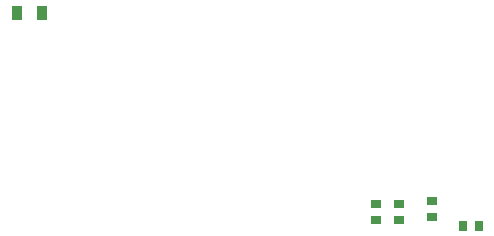
<source format=gbr>
G04*
G04 #@! TF.GenerationSoftware,Altium Limited,Altium Designer,22.4.2 (48)*
G04*
G04 Layer_Color=128*
%FSLAX25Y25*%
%MOIN*%
G70*
G04*
G04 #@! TF.SameCoordinates,35B363B0-4A87-487E-8715-F30847FC6155*
G04*
G04*
G04 #@! TF.FilePolarity,Positive*
G04*
G01*
G75*
%ADD16R,0.03765X0.04749*%
%ADD24R,0.03197X0.02593*%
%ADD28R,0.02593X0.03197*%
D16*
X282965Y379500D02*
D03*
X291035D02*
D03*
D24*
X421000Y311336D02*
D03*
Y316664D02*
D03*
X410000Y310336D02*
D03*
Y315664D02*
D03*
X402500Y310336D02*
D03*
Y315664D02*
D03*
D28*
X436828Y308500D02*
D03*
X431500D02*
D03*
M02*

</source>
